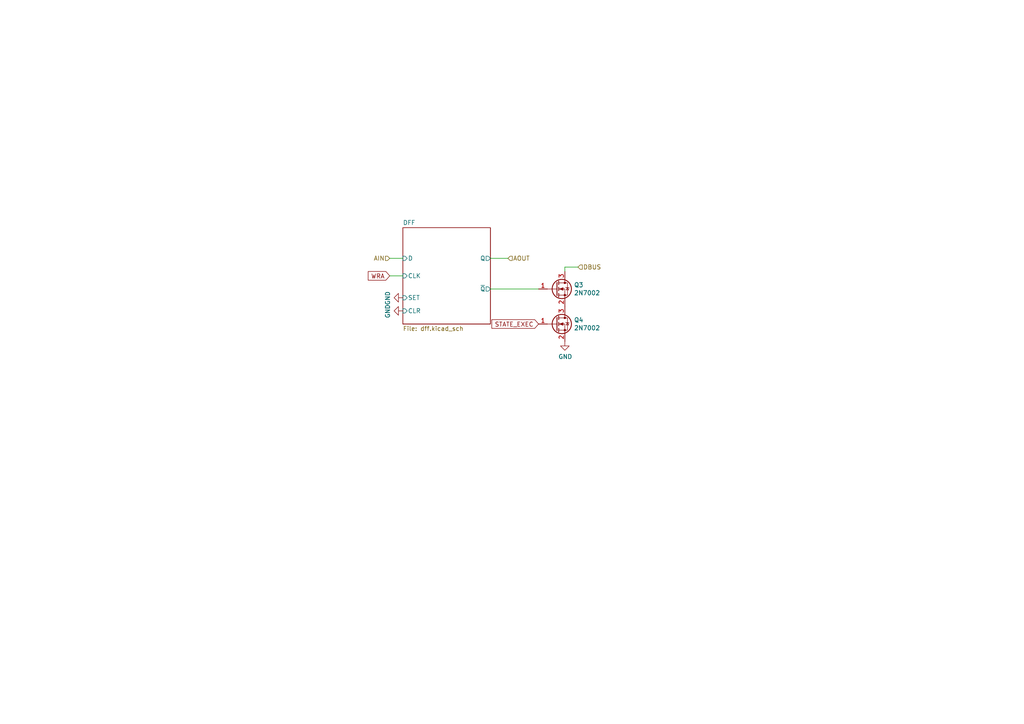
<source format=kicad_sch>
(kicad_sch (version 20230121) (generator eeschema)
  (paper "A4")
  (title_block (title "Q2 Computer") (date "2022-04-16") (rev "4c") (company "joewing.net"))
  (lib_symbols
    (symbol "Transistor_FET:2N7002" (pin_names hide)
      (property "Reference" "Q" (at 5.08 1.905 0))
      (property "Value" "2N7002" (at 5.08 0 0))
      (symbol "2N7002_0_1"
        (polyline (pts (xy 0.254 0) (xy -2.54 0)))
        (polyline (pts (xy 0.254 1.905) (xy 0.254 -1.905)) (stroke (width 0.254)))
        (polyline (pts (xy 0.762 -1.27) (xy 0.762 -2.286)) (stroke (width 0.254)))
        (polyline (pts (xy 0.762 0.508) (xy 0.762 -0.508)) (stroke (width 0.254)))
        (polyline (pts (xy 0.762 2.286) (xy 0.762 1.27)) (stroke (width 0.254)))
        (polyline (pts (xy 2.54 2.54) (xy 2.54 1.778)))
        (polyline (pts (xy 2.54 -2.54) (xy 2.54 0) (xy 0.762 0)))
        (polyline (pts (xy 0.762 -1.778) (xy 3.302 -1.778) (xy 3.302 1.778) (xy 0.762 1.778)))
        (polyline (pts (xy 1.016 0) (xy 2.032 0.381) (xy 2.032 -0.381) (xy 1.016 0)) (fill (type outline)))
        (polyline (pts (xy 2.794 0.508) (xy 2.921 0.381) (xy 3.683 0.381) (xy 3.81 0.254)))
        (polyline (pts (xy 3.302 0.381) (xy 2.921 -0.254) (xy 3.683 -0.254) (xy 3.302 0.381)))
        (circle (center 1.651 0) (radius 2.794) (stroke (width 0.254)))
        (circle (center 2.54 -1.778) (radius 0.254) (fill (type outline)))
        (circle (center 2.54 1.778) (radius 0.254) (fill (type outline)))
      )
      (symbol "2N7002_1_1"
        (pin input line (at -5.08 0 0) (length 2.54) (name "G") (number "1"))
        (pin passive line (at 2.54 -5.08 90) (length 2.54) (name "S") (number "2"))
        (pin passive line (at 2.54 5.08 270) (length 2.54) (name "D") (number "3"))
      )
    )
    (symbol "power:GND" (power) (pin_names (offset 0))
      (property "Value" "GND" (at 0 -3.81 0))
      (symbol "GND_0_1"
        (polyline (pts (xy 0 0) (xy 0 -1.27) (xy 1.27 -1.27) (xy 0 -2.54) (xy -1.27 -1.27) (xy 0 -1.27)))
      )
      (symbol "GND_1_1"
        (pin power_in line (at 0 0 270) (length 0) hide (name "GND") (number "1"))
      )
    )
  )
  (wire (pts (xy 156.21 83.82) (xy 142.24 83.82)))
  (wire (pts (xy 113.03 80.01) (xy 116.84 80.01)))
  (wire (pts (xy 147.32 74.93) (xy 142.24 74.93)))
  (wire (pts (xy 113.03 74.93) (xy 116.84 74.93)))
  (wire (pts (xy 167.64 77.47) (xy 163.83 77.47)))
  (wire (pts (xy 163.83 77.47) (xy 163.83 78.74)))
  (global_label "STATE_EXEC" (shape input) (at 156.21 93.98 180) (property "Intersheetrefs" "${INTERSHEET_REFS}" (effects hide)))
  (global_label "WRA" (shape input) (at 113.03 80.01 180) (property "Intersheetrefs" "${INTERSHEET_REFS}" (effects hide)))
  (hierarchical_label "AIN" (shape input) (at 113.03 74.93 180))
  (hierarchical_label "DBUS" (shape input) (at 167.64 77.47 0))
  (hierarchical_label "AOUT" (shape input) (at 147.32 74.93 0))
  (symbol (lib_id "Transistor_FET:2N7002") (at 161.29 83.82 0) (unit 1)
    (property "Reference" "Q3" (at 166.4716 82.6516 0) (effects (justify left)))
    (property "Value" "2N7002" (at 166.4716 84.963 0) (effects (justify left)))
    (property "Footprint" "Package_TO_SOT_SMD:SOT-23" (effects hide))
    (property "LCSC" "C181083" (effects hide))
    (property "Manufacturer" "Guangdong Hottech" (effects hide))
    (property "Part Number" "2N7002" (effects hide))
    (property "Package" "SOT-23" (effects hide))
    (property "Type" "SMD" (effects hide))
    (instances (project "q2" (path "" (reference "Q3") (unit 1)) (path "" (reference "Q837") (unit 1)) (path "" (reference "Q73") (unit 1)) (path "" (reference "Q354") (unit 1)) (path "" (reference "Q143") (unit 1)) (path "" (reference "Q422") (unit 1)) (path "" (reference "Q213") (unit 1)) (path "" (reference "Q759") (unit 1)) (path "" (reference "Q283") (unit 1)) (path "" (reference "Q490") (unit 1)) (path "" (reference "Q905") (unit 1)) (path "" (reference "Q558") (unit 1))))
  )
  (symbol (lib_id "Transistor_FET:2N7002") (at 161.29 93.98 0) (unit 1)
    (property "Reference" "Q4" (at 166.4716 92.8116 0) (effects (justify left)))
    (property "Value" "2N7002" (at 166.4716 95.123 0) (effects (justify left)))
    (property "Footprint" "Package_TO_SOT_SMD:SOT-23" (effects hide))
    (property "LCSC" "C181083" (effects hide))
    (property "Manufacturer" "Guangdong Hottech" (effects hide))
    (property "Part Number" "2N7002" (effects hide))
    (property "Package" "SOT-23" (effects hide))
    (property "Type" "SMD" (effects hide))
    (instances (project "q2" (path "" (reference "Q4") (unit 1)) (path "" (reference "Q838") (unit 1)) (path "" (reference "Q74") (unit 1)) (path "" (reference "Q355") (unit 1)) (path "" (reference "Q144") (unit 1)) (path "" (reference "Q423") (unit 1)) (path "" (reference "Q214") (unit 1)) (path "" (reference "Q760") (unit 1)) (path "" (reference "Q284") (unit 1)) (path "" (reference "Q491") (unit 1)) (path "" (reference "Q906") (unit 1)) (path "" (reference "Q559") (unit 1))))
  )
  (symbol (lib_id "power:GND") (at 163.83 99.06 0) (unit 1)
    (property "Reference" "#PWR012" (effects hide))
    (property "Value" "GND" (at 163.957 103.4542 0))
    (instances (project "q2" (path "" (reference "#PWR012") (unit 1)) (path "" (reference "#PWR0729") (unit 1)) (path "" (reference "#PWR065") (unit 1)) (path "" (reference "#PWR0277") (unit 1)) (path "" (reference "#PWR0118") (unit 1)) (path "" (reference "#PWR0328") (unit 1)) (path "" (reference "#PWR0171") (unit 1)) (path "" (reference "#PWR0647") (unit 1)) (path "" (reference "#PWR0224") (unit 1)) (path "" (reference "#PWR0379") (unit 1)) (path "" (reference "#PWR0780") (unit 1)) (path "" (reference "#PWR0430") (unit 1))))
  )
  (symbol (lib_id "power:GND") (at 116.84 86.36 270) (unit 1)
    (property "Reference" "#PWR010" (effects hide))
    (property "Value" "GND" (at 112.4458 86.487 0))
    (instances (project "q2" (path "" (reference "#PWR010") (unit 1)) (path "" (reference "#PWR0727") (unit 1)) (path "" (reference "#PWR063") (unit 1)) (path "" (reference "#PWR0275") (unit 1)) (path "" (reference "#PWR0116") (unit 1)) (path "" (reference "#PWR0326") (unit 1)) (path "" (reference "#PWR0169") (unit 1)) (path "" (reference "#PWR0645") (unit 1)) (path "" (reference "#PWR0222") (unit 1)) (path "" (reference "#PWR0377") (unit 1)) (path "" (reference "#PWR0778") (unit 1)) (path "" (reference "#PWR0428") (unit 1))))
  )
  (symbol (lib_id "power:GND") (at 116.84 90.17 270) (unit 1)
    (property "Reference" "#PWR011" (effects hide))
    (property "Value" "GND" (at 112.4458 90.297 0))
    (instances (project "q2" (path "" (reference "#PWR011") (unit 1)) (path "" (reference "#PWR0728") (unit 1)) (path "" (reference "#PWR064") (unit 1)) (path "" (reference "#PWR0276") (unit 1)) (path "" (reference "#PWR0117") (unit 1)) (path "" (reference "#PWR0327") (unit 1)) (path "" (reference "#PWR0170") (unit 1)) (path "" (reference "#PWR0646") (unit 1)) (path "" (reference "#PWR0223") (unit 1)) (path "" (reference "#PWR0378") (unit 1)) (path "" (reference "#PWR0779") (unit 1)) (path "" (reference "#PWR0429") (unit 1))))
  )
  (sheet (at 116.84 66.04) (size 25.4 27.94)
    (property "Sheetname" "DFF" (at 116.84 65.3284 0) (effects (justify left bottom)))
    (property "Sheetfile" "dff.kicad_sch" (at 116.84 94.5646 0) (effects (justify left top)))
    (pin "D" input (at 116.84 74.93 180))
    (pin "CLK" input (at 116.84 80.01 180))
    (pin "Q" output (at 142.24 74.93 0))
    (pin "~{Q}" output (at 142.24 83.82 0))
    (pin "SET" input (at 116.84 86.36 180))
    (pin "CLR" input (at 116.84 90.17 180))
  )
)
</source>
